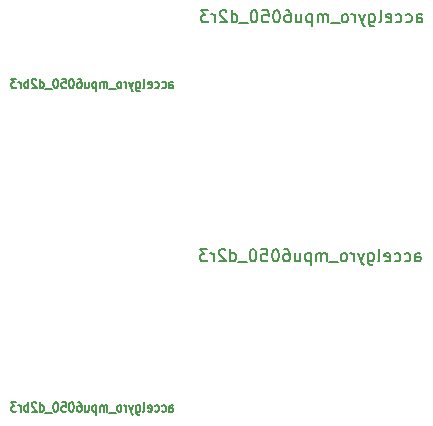
<source format=gbo>
G04 #@! TF.GenerationSoftware,KiCad,Pcbnew,5.1.9-73d0e3b20d~88~ubuntu18.04.1*
G04 #@! TF.CreationDate,2021-04-05T22:09:22-07:00*
G04 #@! TF.ProjectId,accelgyro_mpu6050_d2brv3_4x4,61636365-6c67-4797-926f-5f6d70753630,rev?*
G04 #@! TF.SameCoordinates,Original*
G04 #@! TF.FileFunction,Legend,Bot*
G04 #@! TF.FilePolarity,Positive*
%FSLAX46Y46*%
G04 Gerber Fmt 4.6, Leading zero omitted, Abs format (unit mm)*
G04 Created by KiCad (PCBNEW 5.1.9-73d0e3b20d~88~ubuntu18.04.1) date 2021-04-05 22:09:22*
%MOMM*%
%LPD*%
G01*
G04 APERTURE LIST*
%ADD10C,0.150000*%
G04 APERTURE END LIST*
D10*
X150358333Y-113536904D02*
X150358333Y-113117857D01*
X150391666Y-113041666D01*
X150458333Y-113003571D01*
X150591666Y-113003571D01*
X150658333Y-113041666D01*
X150358333Y-113498809D02*
X150425000Y-113536904D01*
X150591666Y-113536904D01*
X150658333Y-113498809D01*
X150691666Y-113422619D01*
X150691666Y-113346428D01*
X150658333Y-113270238D01*
X150591666Y-113232142D01*
X150425000Y-113232142D01*
X150358333Y-113194047D01*
X149725000Y-113498809D02*
X149791666Y-113536904D01*
X149925000Y-113536904D01*
X149991666Y-113498809D01*
X150025000Y-113460714D01*
X150058333Y-113384523D01*
X150058333Y-113155952D01*
X150025000Y-113079761D01*
X149991666Y-113041666D01*
X149925000Y-113003571D01*
X149791666Y-113003571D01*
X149725000Y-113041666D01*
X149125000Y-113498809D02*
X149191666Y-113536904D01*
X149325000Y-113536904D01*
X149391666Y-113498809D01*
X149425000Y-113460714D01*
X149458333Y-113384523D01*
X149458333Y-113155952D01*
X149425000Y-113079761D01*
X149391666Y-113041666D01*
X149325000Y-113003571D01*
X149191666Y-113003571D01*
X149125000Y-113041666D01*
X148558333Y-113498809D02*
X148625000Y-113536904D01*
X148758333Y-113536904D01*
X148825000Y-113498809D01*
X148858333Y-113422619D01*
X148858333Y-113117857D01*
X148825000Y-113041666D01*
X148758333Y-113003571D01*
X148625000Y-113003571D01*
X148558333Y-113041666D01*
X148525000Y-113117857D01*
X148525000Y-113194047D01*
X148858333Y-113270238D01*
X148125000Y-113536904D02*
X148191666Y-113498809D01*
X148225000Y-113422619D01*
X148225000Y-112736904D01*
X147558333Y-113003571D02*
X147558333Y-113651190D01*
X147591666Y-113727380D01*
X147625000Y-113765476D01*
X147691666Y-113803571D01*
X147791666Y-113803571D01*
X147858333Y-113765476D01*
X147558333Y-113498809D02*
X147625000Y-113536904D01*
X147758333Y-113536904D01*
X147825000Y-113498809D01*
X147858333Y-113460714D01*
X147891666Y-113384523D01*
X147891666Y-113155952D01*
X147858333Y-113079761D01*
X147825000Y-113041666D01*
X147758333Y-113003571D01*
X147625000Y-113003571D01*
X147558333Y-113041666D01*
X147291666Y-113003571D02*
X147125000Y-113536904D01*
X146958333Y-113003571D02*
X147125000Y-113536904D01*
X147191666Y-113727380D01*
X147225000Y-113765476D01*
X147291666Y-113803571D01*
X146691666Y-113536904D02*
X146691666Y-113003571D01*
X146691666Y-113155952D02*
X146658333Y-113079761D01*
X146625000Y-113041666D01*
X146558333Y-113003571D01*
X146491666Y-113003571D01*
X146158333Y-113536904D02*
X146225000Y-113498809D01*
X146258333Y-113460714D01*
X146291666Y-113384523D01*
X146291666Y-113155952D01*
X146258333Y-113079761D01*
X146225000Y-113041666D01*
X146158333Y-113003571D01*
X146058333Y-113003571D01*
X145991666Y-113041666D01*
X145958333Y-113079761D01*
X145925000Y-113155952D01*
X145925000Y-113384523D01*
X145958333Y-113460714D01*
X145991666Y-113498809D01*
X146058333Y-113536904D01*
X146158333Y-113536904D01*
X145791666Y-113613095D02*
X145258333Y-113613095D01*
X145091666Y-113536904D02*
X145091666Y-113003571D01*
X145091666Y-113079761D02*
X145058333Y-113041666D01*
X144991666Y-113003571D01*
X144891666Y-113003571D01*
X144825000Y-113041666D01*
X144791666Y-113117857D01*
X144791666Y-113536904D01*
X144791666Y-113117857D02*
X144758333Y-113041666D01*
X144691666Y-113003571D01*
X144591666Y-113003571D01*
X144525000Y-113041666D01*
X144491666Y-113117857D01*
X144491666Y-113536904D01*
X144158333Y-113003571D02*
X144158333Y-113803571D01*
X144158333Y-113041666D02*
X144091666Y-113003571D01*
X143958333Y-113003571D01*
X143891666Y-113041666D01*
X143858333Y-113079761D01*
X143825000Y-113155952D01*
X143825000Y-113384523D01*
X143858333Y-113460714D01*
X143891666Y-113498809D01*
X143958333Y-113536904D01*
X144091666Y-113536904D01*
X144158333Y-113498809D01*
X143225000Y-113003571D02*
X143225000Y-113536904D01*
X143525000Y-113003571D02*
X143525000Y-113422619D01*
X143491666Y-113498809D01*
X143425000Y-113536904D01*
X143325000Y-113536904D01*
X143258333Y-113498809D01*
X143225000Y-113460714D01*
X142591666Y-112736904D02*
X142725000Y-112736904D01*
X142791666Y-112775000D01*
X142825000Y-112813095D01*
X142891666Y-112927380D01*
X142925000Y-113079761D01*
X142925000Y-113384523D01*
X142891666Y-113460714D01*
X142858333Y-113498809D01*
X142791666Y-113536904D01*
X142658333Y-113536904D01*
X142591666Y-113498809D01*
X142558333Y-113460714D01*
X142525000Y-113384523D01*
X142525000Y-113194047D01*
X142558333Y-113117857D01*
X142591666Y-113079761D01*
X142658333Y-113041666D01*
X142791666Y-113041666D01*
X142858333Y-113079761D01*
X142891666Y-113117857D01*
X142925000Y-113194047D01*
X142091666Y-112736904D02*
X142025000Y-112736904D01*
X141958333Y-112775000D01*
X141925000Y-112813095D01*
X141891666Y-112889285D01*
X141858333Y-113041666D01*
X141858333Y-113232142D01*
X141891666Y-113384523D01*
X141925000Y-113460714D01*
X141958333Y-113498809D01*
X142025000Y-113536904D01*
X142091666Y-113536904D01*
X142158333Y-113498809D01*
X142191666Y-113460714D01*
X142225000Y-113384523D01*
X142258333Y-113232142D01*
X142258333Y-113041666D01*
X142225000Y-112889285D01*
X142191666Y-112813095D01*
X142158333Y-112775000D01*
X142091666Y-112736904D01*
X141225000Y-112736904D02*
X141558333Y-112736904D01*
X141591666Y-113117857D01*
X141558333Y-113079761D01*
X141491666Y-113041666D01*
X141325000Y-113041666D01*
X141258333Y-113079761D01*
X141225000Y-113117857D01*
X141191666Y-113194047D01*
X141191666Y-113384523D01*
X141225000Y-113460714D01*
X141258333Y-113498809D01*
X141325000Y-113536904D01*
X141491666Y-113536904D01*
X141558333Y-113498809D01*
X141591666Y-113460714D01*
X140758333Y-112736904D02*
X140691666Y-112736904D01*
X140625000Y-112775000D01*
X140591666Y-112813095D01*
X140558333Y-112889285D01*
X140525000Y-113041666D01*
X140525000Y-113232142D01*
X140558333Y-113384523D01*
X140591666Y-113460714D01*
X140625000Y-113498809D01*
X140691666Y-113536904D01*
X140758333Y-113536904D01*
X140825000Y-113498809D01*
X140858333Y-113460714D01*
X140891666Y-113384523D01*
X140925000Y-113232142D01*
X140925000Y-113041666D01*
X140891666Y-112889285D01*
X140858333Y-112813095D01*
X140825000Y-112775000D01*
X140758333Y-112736904D01*
X140391666Y-113613095D02*
X139858333Y-113613095D01*
X139391666Y-113536904D02*
X139391666Y-112736904D01*
X139391666Y-113498809D02*
X139458333Y-113536904D01*
X139591666Y-113536904D01*
X139658333Y-113498809D01*
X139691666Y-113460714D01*
X139725000Y-113384523D01*
X139725000Y-113155952D01*
X139691666Y-113079761D01*
X139658333Y-113041666D01*
X139591666Y-113003571D01*
X139458333Y-113003571D01*
X139391666Y-113041666D01*
X139091666Y-112813095D02*
X139058333Y-112775000D01*
X138991666Y-112736904D01*
X138825000Y-112736904D01*
X138758333Y-112775000D01*
X138725000Y-112813095D01*
X138691666Y-112889285D01*
X138691666Y-112965476D01*
X138725000Y-113079761D01*
X139125000Y-113536904D01*
X138691666Y-113536904D01*
X138391666Y-113536904D02*
X138391666Y-112736904D01*
X138391666Y-113041666D02*
X138325000Y-113003571D01*
X138191666Y-113003571D01*
X138125000Y-113041666D01*
X138091666Y-113079761D01*
X138058333Y-113155952D01*
X138058333Y-113384523D01*
X138091666Y-113460714D01*
X138125000Y-113498809D01*
X138191666Y-113536904D01*
X138325000Y-113536904D01*
X138391666Y-113498809D01*
X137758333Y-113536904D02*
X137758333Y-113003571D01*
X137758333Y-113155952D02*
X137725000Y-113079761D01*
X137691666Y-113041666D01*
X137625000Y-113003571D01*
X137558333Y-113003571D01*
X137391666Y-112736904D02*
X136958333Y-112736904D01*
X137191666Y-113041666D01*
X137091666Y-113041666D01*
X137025000Y-113079761D01*
X136991666Y-113117857D01*
X136958333Y-113194047D01*
X136958333Y-113384523D01*
X136991666Y-113460714D01*
X137025000Y-113498809D01*
X137091666Y-113536904D01*
X137291666Y-113536904D01*
X137358333Y-113498809D01*
X137391666Y-113460714D01*
X171280952Y-107952380D02*
X171280952Y-107428571D01*
X171328571Y-107333333D01*
X171423809Y-107285714D01*
X171614285Y-107285714D01*
X171709523Y-107333333D01*
X171280952Y-107904761D02*
X171376190Y-107952380D01*
X171614285Y-107952380D01*
X171709523Y-107904761D01*
X171757142Y-107809523D01*
X171757142Y-107714285D01*
X171709523Y-107619047D01*
X171614285Y-107571428D01*
X171376190Y-107571428D01*
X171280952Y-107523809D01*
X170376190Y-107904761D02*
X170471428Y-107952380D01*
X170661904Y-107952380D01*
X170757142Y-107904761D01*
X170804761Y-107857142D01*
X170852380Y-107761904D01*
X170852380Y-107476190D01*
X170804761Y-107380952D01*
X170757142Y-107333333D01*
X170661904Y-107285714D01*
X170471428Y-107285714D01*
X170376190Y-107333333D01*
X169519047Y-107904761D02*
X169614285Y-107952380D01*
X169804761Y-107952380D01*
X169900000Y-107904761D01*
X169947619Y-107857142D01*
X169995238Y-107761904D01*
X169995238Y-107476190D01*
X169947619Y-107380952D01*
X169900000Y-107333333D01*
X169804761Y-107285714D01*
X169614285Y-107285714D01*
X169519047Y-107333333D01*
X168709523Y-107904761D02*
X168804761Y-107952380D01*
X168995238Y-107952380D01*
X169090476Y-107904761D01*
X169138095Y-107809523D01*
X169138095Y-107428571D01*
X169090476Y-107333333D01*
X168995238Y-107285714D01*
X168804761Y-107285714D01*
X168709523Y-107333333D01*
X168661904Y-107428571D01*
X168661904Y-107523809D01*
X169138095Y-107619047D01*
X168090476Y-107952380D02*
X168185714Y-107904761D01*
X168233333Y-107809523D01*
X168233333Y-106952380D01*
X167280952Y-107285714D02*
X167280952Y-108095238D01*
X167328571Y-108190476D01*
X167376190Y-108238095D01*
X167471428Y-108285714D01*
X167614285Y-108285714D01*
X167709523Y-108238095D01*
X167280952Y-107904761D02*
X167376190Y-107952380D01*
X167566666Y-107952380D01*
X167661904Y-107904761D01*
X167709523Y-107857142D01*
X167757142Y-107761904D01*
X167757142Y-107476190D01*
X167709523Y-107380952D01*
X167661904Y-107333333D01*
X167566666Y-107285714D01*
X167376190Y-107285714D01*
X167280952Y-107333333D01*
X166900000Y-107285714D02*
X166661904Y-107952380D01*
X166423809Y-107285714D02*
X166661904Y-107952380D01*
X166757142Y-108190476D01*
X166804761Y-108238095D01*
X166900000Y-108285714D01*
X166042857Y-107952380D02*
X166042857Y-107285714D01*
X166042857Y-107476190D02*
X165995238Y-107380952D01*
X165947619Y-107333333D01*
X165852380Y-107285714D01*
X165757142Y-107285714D01*
X165280952Y-107952380D02*
X165376190Y-107904761D01*
X165423809Y-107857142D01*
X165471428Y-107761904D01*
X165471428Y-107476190D01*
X165423809Y-107380952D01*
X165376190Y-107333333D01*
X165280952Y-107285714D01*
X165138095Y-107285714D01*
X165042857Y-107333333D01*
X164995238Y-107380952D01*
X164947619Y-107476190D01*
X164947619Y-107761904D01*
X164995238Y-107857142D01*
X165042857Y-107904761D01*
X165138095Y-107952380D01*
X165280952Y-107952380D01*
X164757142Y-108047619D02*
X163995238Y-108047619D01*
X163757142Y-107952380D02*
X163757142Y-107285714D01*
X163757142Y-107380952D02*
X163709523Y-107333333D01*
X163614285Y-107285714D01*
X163471428Y-107285714D01*
X163376190Y-107333333D01*
X163328571Y-107428571D01*
X163328571Y-107952380D01*
X163328571Y-107428571D02*
X163280952Y-107333333D01*
X163185714Y-107285714D01*
X163042857Y-107285714D01*
X162947619Y-107333333D01*
X162900000Y-107428571D01*
X162900000Y-107952380D01*
X162423809Y-107285714D02*
X162423809Y-108285714D01*
X162423809Y-107333333D02*
X162328571Y-107285714D01*
X162138095Y-107285714D01*
X162042857Y-107333333D01*
X161995238Y-107380952D01*
X161947619Y-107476190D01*
X161947619Y-107761904D01*
X161995238Y-107857142D01*
X162042857Y-107904761D01*
X162138095Y-107952380D01*
X162328571Y-107952380D01*
X162423809Y-107904761D01*
X161090476Y-107285714D02*
X161090476Y-107952380D01*
X161519047Y-107285714D02*
X161519047Y-107809523D01*
X161471428Y-107904761D01*
X161376190Y-107952380D01*
X161233333Y-107952380D01*
X161138095Y-107904761D01*
X161090476Y-107857142D01*
X160185714Y-106952380D02*
X160376190Y-106952380D01*
X160471428Y-107000000D01*
X160519047Y-107047619D01*
X160614285Y-107190476D01*
X160661904Y-107380952D01*
X160661904Y-107761904D01*
X160614285Y-107857142D01*
X160566666Y-107904761D01*
X160471428Y-107952380D01*
X160280952Y-107952380D01*
X160185714Y-107904761D01*
X160138095Y-107857142D01*
X160090476Y-107761904D01*
X160090476Y-107523809D01*
X160138095Y-107428571D01*
X160185714Y-107380952D01*
X160280952Y-107333333D01*
X160471428Y-107333333D01*
X160566666Y-107380952D01*
X160614285Y-107428571D01*
X160661904Y-107523809D01*
X159471428Y-106952380D02*
X159376190Y-106952380D01*
X159280952Y-107000000D01*
X159233333Y-107047619D01*
X159185714Y-107142857D01*
X159138095Y-107333333D01*
X159138095Y-107571428D01*
X159185714Y-107761904D01*
X159233333Y-107857142D01*
X159280952Y-107904761D01*
X159376190Y-107952380D01*
X159471428Y-107952380D01*
X159566666Y-107904761D01*
X159614285Y-107857142D01*
X159661904Y-107761904D01*
X159709523Y-107571428D01*
X159709523Y-107333333D01*
X159661904Y-107142857D01*
X159614285Y-107047619D01*
X159566666Y-107000000D01*
X159471428Y-106952380D01*
X158233333Y-106952380D02*
X158709523Y-106952380D01*
X158757142Y-107428571D01*
X158709523Y-107380952D01*
X158614285Y-107333333D01*
X158376190Y-107333333D01*
X158280952Y-107380952D01*
X158233333Y-107428571D01*
X158185714Y-107523809D01*
X158185714Y-107761904D01*
X158233333Y-107857142D01*
X158280952Y-107904761D01*
X158376190Y-107952380D01*
X158614285Y-107952380D01*
X158709523Y-107904761D01*
X158757142Y-107857142D01*
X157566666Y-106952380D02*
X157471428Y-106952380D01*
X157376190Y-107000000D01*
X157328571Y-107047619D01*
X157280952Y-107142857D01*
X157233333Y-107333333D01*
X157233333Y-107571428D01*
X157280952Y-107761904D01*
X157328571Y-107857142D01*
X157376190Y-107904761D01*
X157471428Y-107952380D01*
X157566666Y-107952380D01*
X157661904Y-107904761D01*
X157709523Y-107857142D01*
X157757142Y-107761904D01*
X157804761Y-107571428D01*
X157804761Y-107333333D01*
X157757142Y-107142857D01*
X157709523Y-107047619D01*
X157661904Y-107000000D01*
X157566666Y-106952380D01*
X157042857Y-108047619D02*
X156280952Y-108047619D01*
X155614285Y-107952380D02*
X155614285Y-106952380D01*
X155614285Y-107904761D02*
X155709523Y-107952380D01*
X155900000Y-107952380D01*
X155995238Y-107904761D01*
X156042857Y-107857142D01*
X156090476Y-107761904D01*
X156090476Y-107476190D01*
X156042857Y-107380952D01*
X155995238Y-107333333D01*
X155900000Y-107285714D01*
X155709523Y-107285714D01*
X155614285Y-107333333D01*
X155185714Y-107047619D02*
X155138095Y-107000000D01*
X155042857Y-106952380D01*
X154804761Y-106952380D01*
X154709523Y-107000000D01*
X154661904Y-107047619D01*
X154614285Y-107142857D01*
X154614285Y-107238095D01*
X154661904Y-107380952D01*
X155233333Y-107952380D01*
X154614285Y-107952380D01*
X154185714Y-107952380D02*
X154185714Y-107285714D01*
X154185714Y-107476190D02*
X154138095Y-107380952D01*
X154090476Y-107333333D01*
X153995238Y-107285714D01*
X153900000Y-107285714D01*
X153661904Y-106952380D02*
X153042857Y-106952380D01*
X153376190Y-107333333D01*
X153233333Y-107333333D01*
X153138095Y-107380952D01*
X153090476Y-107428571D01*
X153042857Y-107523809D01*
X153042857Y-107761904D01*
X153090476Y-107857142D01*
X153138095Y-107904761D01*
X153233333Y-107952380D01*
X153519047Y-107952380D01*
X153614285Y-107904761D01*
X153661904Y-107857142D01*
X171180952Y-128177380D02*
X171180952Y-127653571D01*
X171228571Y-127558333D01*
X171323809Y-127510714D01*
X171514285Y-127510714D01*
X171609523Y-127558333D01*
X171180952Y-128129761D02*
X171276190Y-128177380D01*
X171514285Y-128177380D01*
X171609523Y-128129761D01*
X171657142Y-128034523D01*
X171657142Y-127939285D01*
X171609523Y-127844047D01*
X171514285Y-127796428D01*
X171276190Y-127796428D01*
X171180952Y-127748809D01*
X170276190Y-128129761D02*
X170371428Y-128177380D01*
X170561904Y-128177380D01*
X170657142Y-128129761D01*
X170704761Y-128082142D01*
X170752380Y-127986904D01*
X170752380Y-127701190D01*
X170704761Y-127605952D01*
X170657142Y-127558333D01*
X170561904Y-127510714D01*
X170371428Y-127510714D01*
X170276190Y-127558333D01*
X169419047Y-128129761D02*
X169514285Y-128177380D01*
X169704761Y-128177380D01*
X169800000Y-128129761D01*
X169847619Y-128082142D01*
X169895238Y-127986904D01*
X169895238Y-127701190D01*
X169847619Y-127605952D01*
X169800000Y-127558333D01*
X169704761Y-127510714D01*
X169514285Y-127510714D01*
X169419047Y-127558333D01*
X168609523Y-128129761D02*
X168704761Y-128177380D01*
X168895238Y-128177380D01*
X168990476Y-128129761D01*
X169038095Y-128034523D01*
X169038095Y-127653571D01*
X168990476Y-127558333D01*
X168895238Y-127510714D01*
X168704761Y-127510714D01*
X168609523Y-127558333D01*
X168561904Y-127653571D01*
X168561904Y-127748809D01*
X169038095Y-127844047D01*
X167990476Y-128177380D02*
X168085714Y-128129761D01*
X168133333Y-128034523D01*
X168133333Y-127177380D01*
X167180952Y-127510714D02*
X167180952Y-128320238D01*
X167228571Y-128415476D01*
X167276190Y-128463095D01*
X167371428Y-128510714D01*
X167514285Y-128510714D01*
X167609523Y-128463095D01*
X167180952Y-128129761D02*
X167276190Y-128177380D01*
X167466666Y-128177380D01*
X167561904Y-128129761D01*
X167609523Y-128082142D01*
X167657142Y-127986904D01*
X167657142Y-127701190D01*
X167609523Y-127605952D01*
X167561904Y-127558333D01*
X167466666Y-127510714D01*
X167276190Y-127510714D01*
X167180952Y-127558333D01*
X166800000Y-127510714D02*
X166561904Y-128177380D01*
X166323809Y-127510714D02*
X166561904Y-128177380D01*
X166657142Y-128415476D01*
X166704761Y-128463095D01*
X166800000Y-128510714D01*
X165942857Y-128177380D02*
X165942857Y-127510714D01*
X165942857Y-127701190D02*
X165895238Y-127605952D01*
X165847619Y-127558333D01*
X165752380Y-127510714D01*
X165657142Y-127510714D01*
X165180952Y-128177380D02*
X165276190Y-128129761D01*
X165323809Y-128082142D01*
X165371428Y-127986904D01*
X165371428Y-127701190D01*
X165323809Y-127605952D01*
X165276190Y-127558333D01*
X165180952Y-127510714D01*
X165038095Y-127510714D01*
X164942857Y-127558333D01*
X164895238Y-127605952D01*
X164847619Y-127701190D01*
X164847619Y-127986904D01*
X164895238Y-128082142D01*
X164942857Y-128129761D01*
X165038095Y-128177380D01*
X165180952Y-128177380D01*
X164657142Y-128272619D02*
X163895238Y-128272619D01*
X163657142Y-128177380D02*
X163657142Y-127510714D01*
X163657142Y-127605952D02*
X163609523Y-127558333D01*
X163514285Y-127510714D01*
X163371428Y-127510714D01*
X163276190Y-127558333D01*
X163228571Y-127653571D01*
X163228571Y-128177380D01*
X163228571Y-127653571D02*
X163180952Y-127558333D01*
X163085714Y-127510714D01*
X162942857Y-127510714D01*
X162847619Y-127558333D01*
X162800000Y-127653571D01*
X162800000Y-128177380D01*
X162323809Y-127510714D02*
X162323809Y-128510714D01*
X162323809Y-127558333D02*
X162228571Y-127510714D01*
X162038095Y-127510714D01*
X161942857Y-127558333D01*
X161895238Y-127605952D01*
X161847619Y-127701190D01*
X161847619Y-127986904D01*
X161895238Y-128082142D01*
X161942857Y-128129761D01*
X162038095Y-128177380D01*
X162228571Y-128177380D01*
X162323809Y-128129761D01*
X160990476Y-127510714D02*
X160990476Y-128177380D01*
X161419047Y-127510714D02*
X161419047Y-128034523D01*
X161371428Y-128129761D01*
X161276190Y-128177380D01*
X161133333Y-128177380D01*
X161038095Y-128129761D01*
X160990476Y-128082142D01*
X160085714Y-127177380D02*
X160276190Y-127177380D01*
X160371428Y-127225000D01*
X160419047Y-127272619D01*
X160514285Y-127415476D01*
X160561904Y-127605952D01*
X160561904Y-127986904D01*
X160514285Y-128082142D01*
X160466666Y-128129761D01*
X160371428Y-128177380D01*
X160180952Y-128177380D01*
X160085714Y-128129761D01*
X160038095Y-128082142D01*
X159990476Y-127986904D01*
X159990476Y-127748809D01*
X160038095Y-127653571D01*
X160085714Y-127605952D01*
X160180952Y-127558333D01*
X160371428Y-127558333D01*
X160466666Y-127605952D01*
X160514285Y-127653571D01*
X160561904Y-127748809D01*
X159371428Y-127177380D02*
X159276190Y-127177380D01*
X159180952Y-127225000D01*
X159133333Y-127272619D01*
X159085714Y-127367857D01*
X159038095Y-127558333D01*
X159038095Y-127796428D01*
X159085714Y-127986904D01*
X159133333Y-128082142D01*
X159180952Y-128129761D01*
X159276190Y-128177380D01*
X159371428Y-128177380D01*
X159466666Y-128129761D01*
X159514285Y-128082142D01*
X159561904Y-127986904D01*
X159609523Y-127796428D01*
X159609523Y-127558333D01*
X159561904Y-127367857D01*
X159514285Y-127272619D01*
X159466666Y-127225000D01*
X159371428Y-127177380D01*
X158133333Y-127177380D02*
X158609523Y-127177380D01*
X158657142Y-127653571D01*
X158609523Y-127605952D01*
X158514285Y-127558333D01*
X158276190Y-127558333D01*
X158180952Y-127605952D01*
X158133333Y-127653571D01*
X158085714Y-127748809D01*
X158085714Y-127986904D01*
X158133333Y-128082142D01*
X158180952Y-128129761D01*
X158276190Y-128177380D01*
X158514285Y-128177380D01*
X158609523Y-128129761D01*
X158657142Y-128082142D01*
X157466666Y-127177380D02*
X157371428Y-127177380D01*
X157276190Y-127225000D01*
X157228571Y-127272619D01*
X157180952Y-127367857D01*
X157133333Y-127558333D01*
X157133333Y-127796428D01*
X157180952Y-127986904D01*
X157228571Y-128082142D01*
X157276190Y-128129761D01*
X157371428Y-128177380D01*
X157466666Y-128177380D01*
X157561904Y-128129761D01*
X157609523Y-128082142D01*
X157657142Y-127986904D01*
X157704761Y-127796428D01*
X157704761Y-127558333D01*
X157657142Y-127367857D01*
X157609523Y-127272619D01*
X157561904Y-127225000D01*
X157466666Y-127177380D01*
X156942857Y-128272619D02*
X156180952Y-128272619D01*
X155514285Y-128177380D02*
X155514285Y-127177380D01*
X155514285Y-128129761D02*
X155609523Y-128177380D01*
X155800000Y-128177380D01*
X155895238Y-128129761D01*
X155942857Y-128082142D01*
X155990476Y-127986904D01*
X155990476Y-127701190D01*
X155942857Y-127605952D01*
X155895238Y-127558333D01*
X155800000Y-127510714D01*
X155609523Y-127510714D01*
X155514285Y-127558333D01*
X155085714Y-127272619D02*
X155038095Y-127225000D01*
X154942857Y-127177380D01*
X154704761Y-127177380D01*
X154609523Y-127225000D01*
X154561904Y-127272619D01*
X154514285Y-127367857D01*
X154514285Y-127463095D01*
X154561904Y-127605952D01*
X155133333Y-128177380D01*
X154514285Y-128177380D01*
X154085714Y-128177380D02*
X154085714Y-127510714D01*
X154085714Y-127701190D02*
X154038095Y-127605952D01*
X153990476Y-127558333D01*
X153895238Y-127510714D01*
X153800000Y-127510714D01*
X153561904Y-127177380D02*
X152942857Y-127177380D01*
X153276190Y-127558333D01*
X153133333Y-127558333D01*
X153038095Y-127605952D01*
X152990476Y-127653571D01*
X152942857Y-127748809D01*
X152942857Y-127986904D01*
X152990476Y-128082142D01*
X153038095Y-128129761D01*
X153133333Y-128177380D01*
X153419047Y-128177380D01*
X153514285Y-128129761D01*
X153561904Y-128082142D01*
X150358333Y-140936904D02*
X150358333Y-140517857D01*
X150391666Y-140441666D01*
X150458333Y-140403571D01*
X150591666Y-140403571D01*
X150658333Y-140441666D01*
X150358333Y-140898809D02*
X150425000Y-140936904D01*
X150591666Y-140936904D01*
X150658333Y-140898809D01*
X150691666Y-140822619D01*
X150691666Y-140746428D01*
X150658333Y-140670238D01*
X150591666Y-140632142D01*
X150425000Y-140632142D01*
X150358333Y-140594047D01*
X149725000Y-140898809D02*
X149791666Y-140936904D01*
X149925000Y-140936904D01*
X149991666Y-140898809D01*
X150025000Y-140860714D01*
X150058333Y-140784523D01*
X150058333Y-140555952D01*
X150025000Y-140479761D01*
X149991666Y-140441666D01*
X149925000Y-140403571D01*
X149791666Y-140403571D01*
X149725000Y-140441666D01*
X149125000Y-140898809D02*
X149191666Y-140936904D01*
X149325000Y-140936904D01*
X149391666Y-140898809D01*
X149425000Y-140860714D01*
X149458333Y-140784523D01*
X149458333Y-140555952D01*
X149425000Y-140479761D01*
X149391666Y-140441666D01*
X149325000Y-140403571D01*
X149191666Y-140403571D01*
X149125000Y-140441666D01*
X148558333Y-140898809D02*
X148625000Y-140936904D01*
X148758333Y-140936904D01*
X148825000Y-140898809D01*
X148858333Y-140822619D01*
X148858333Y-140517857D01*
X148825000Y-140441666D01*
X148758333Y-140403571D01*
X148625000Y-140403571D01*
X148558333Y-140441666D01*
X148525000Y-140517857D01*
X148525000Y-140594047D01*
X148858333Y-140670238D01*
X148125000Y-140936904D02*
X148191666Y-140898809D01*
X148225000Y-140822619D01*
X148225000Y-140136904D01*
X147558333Y-140403571D02*
X147558333Y-141051190D01*
X147591666Y-141127380D01*
X147625000Y-141165476D01*
X147691666Y-141203571D01*
X147791666Y-141203571D01*
X147858333Y-141165476D01*
X147558333Y-140898809D02*
X147625000Y-140936904D01*
X147758333Y-140936904D01*
X147825000Y-140898809D01*
X147858333Y-140860714D01*
X147891666Y-140784523D01*
X147891666Y-140555952D01*
X147858333Y-140479761D01*
X147825000Y-140441666D01*
X147758333Y-140403571D01*
X147625000Y-140403571D01*
X147558333Y-140441666D01*
X147291666Y-140403571D02*
X147125000Y-140936904D01*
X146958333Y-140403571D02*
X147125000Y-140936904D01*
X147191666Y-141127380D01*
X147225000Y-141165476D01*
X147291666Y-141203571D01*
X146691666Y-140936904D02*
X146691666Y-140403571D01*
X146691666Y-140555952D02*
X146658333Y-140479761D01*
X146625000Y-140441666D01*
X146558333Y-140403571D01*
X146491666Y-140403571D01*
X146158333Y-140936904D02*
X146225000Y-140898809D01*
X146258333Y-140860714D01*
X146291666Y-140784523D01*
X146291666Y-140555952D01*
X146258333Y-140479761D01*
X146225000Y-140441666D01*
X146158333Y-140403571D01*
X146058333Y-140403571D01*
X145991666Y-140441666D01*
X145958333Y-140479761D01*
X145925000Y-140555952D01*
X145925000Y-140784523D01*
X145958333Y-140860714D01*
X145991666Y-140898809D01*
X146058333Y-140936904D01*
X146158333Y-140936904D01*
X145791666Y-141013095D02*
X145258333Y-141013095D01*
X145091666Y-140936904D02*
X145091666Y-140403571D01*
X145091666Y-140479761D02*
X145058333Y-140441666D01*
X144991666Y-140403571D01*
X144891666Y-140403571D01*
X144825000Y-140441666D01*
X144791666Y-140517857D01*
X144791666Y-140936904D01*
X144791666Y-140517857D02*
X144758333Y-140441666D01*
X144691666Y-140403571D01*
X144591666Y-140403571D01*
X144525000Y-140441666D01*
X144491666Y-140517857D01*
X144491666Y-140936904D01*
X144158333Y-140403571D02*
X144158333Y-141203571D01*
X144158333Y-140441666D02*
X144091666Y-140403571D01*
X143958333Y-140403571D01*
X143891666Y-140441666D01*
X143858333Y-140479761D01*
X143825000Y-140555952D01*
X143825000Y-140784523D01*
X143858333Y-140860714D01*
X143891666Y-140898809D01*
X143958333Y-140936904D01*
X144091666Y-140936904D01*
X144158333Y-140898809D01*
X143225000Y-140403571D02*
X143225000Y-140936904D01*
X143525000Y-140403571D02*
X143525000Y-140822619D01*
X143491666Y-140898809D01*
X143425000Y-140936904D01*
X143325000Y-140936904D01*
X143258333Y-140898809D01*
X143225000Y-140860714D01*
X142591666Y-140136904D02*
X142725000Y-140136904D01*
X142791666Y-140175000D01*
X142825000Y-140213095D01*
X142891666Y-140327380D01*
X142925000Y-140479761D01*
X142925000Y-140784523D01*
X142891666Y-140860714D01*
X142858333Y-140898809D01*
X142791666Y-140936904D01*
X142658333Y-140936904D01*
X142591666Y-140898809D01*
X142558333Y-140860714D01*
X142525000Y-140784523D01*
X142525000Y-140594047D01*
X142558333Y-140517857D01*
X142591666Y-140479761D01*
X142658333Y-140441666D01*
X142791666Y-140441666D01*
X142858333Y-140479761D01*
X142891666Y-140517857D01*
X142925000Y-140594047D01*
X142091666Y-140136904D02*
X142025000Y-140136904D01*
X141958333Y-140175000D01*
X141925000Y-140213095D01*
X141891666Y-140289285D01*
X141858333Y-140441666D01*
X141858333Y-140632142D01*
X141891666Y-140784523D01*
X141925000Y-140860714D01*
X141958333Y-140898809D01*
X142025000Y-140936904D01*
X142091666Y-140936904D01*
X142158333Y-140898809D01*
X142191666Y-140860714D01*
X142225000Y-140784523D01*
X142258333Y-140632142D01*
X142258333Y-140441666D01*
X142225000Y-140289285D01*
X142191666Y-140213095D01*
X142158333Y-140175000D01*
X142091666Y-140136904D01*
X141225000Y-140136904D02*
X141558333Y-140136904D01*
X141591666Y-140517857D01*
X141558333Y-140479761D01*
X141491666Y-140441666D01*
X141325000Y-140441666D01*
X141258333Y-140479761D01*
X141225000Y-140517857D01*
X141191666Y-140594047D01*
X141191666Y-140784523D01*
X141225000Y-140860714D01*
X141258333Y-140898809D01*
X141325000Y-140936904D01*
X141491666Y-140936904D01*
X141558333Y-140898809D01*
X141591666Y-140860714D01*
X140758333Y-140136904D02*
X140691666Y-140136904D01*
X140625000Y-140175000D01*
X140591666Y-140213095D01*
X140558333Y-140289285D01*
X140525000Y-140441666D01*
X140525000Y-140632142D01*
X140558333Y-140784523D01*
X140591666Y-140860714D01*
X140625000Y-140898809D01*
X140691666Y-140936904D01*
X140758333Y-140936904D01*
X140825000Y-140898809D01*
X140858333Y-140860714D01*
X140891666Y-140784523D01*
X140925000Y-140632142D01*
X140925000Y-140441666D01*
X140891666Y-140289285D01*
X140858333Y-140213095D01*
X140825000Y-140175000D01*
X140758333Y-140136904D01*
X140391666Y-141013095D02*
X139858333Y-141013095D01*
X139391666Y-140936904D02*
X139391666Y-140136904D01*
X139391666Y-140898809D02*
X139458333Y-140936904D01*
X139591666Y-140936904D01*
X139658333Y-140898809D01*
X139691666Y-140860714D01*
X139725000Y-140784523D01*
X139725000Y-140555952D01*
X139691666Y-140479761D01*
X139658333Y-140441666D01*
X139591666Y-140403571D01*
X139458333Y-140403571D01*
X139391666Y-140441666D01*
X139091666Y-140213095D02*
X139058333Y-140175000D01*
X138991666Y-140136904D01*
X138825000Y-140136904D01*
X138758333Y-140175000D01*
X138725000Y-140213095D01*
X138691666Y-140289285D01*
X138691666Y-140365476D01*
X138725000Y-140479761D01*
X139125000Y-140936904D01*
X138691666Y-140936904D01*
X138391666Y-140936904D02*
X138391666Y-140136904D01*
X138391666Y-140441666D02*
X138325000Y-140403571D01*
X138191666Y-140403571D01*
X138125000Y-140441666D01*
X138091666Y-140479761D01*
X138058333Y-140555952D01*
X138058333Y-140784523D01*
X138091666Y-140860714D01*
X138125000Y-140898809D01*
X138191666Y-140936904D01*
X138325000Y-140936904D01*
X138391666Y-140898809D01*
X137758333Y-140936904D02*
X137758333Y-140403571D01*
X137758333Y-140555952D02*
X137725000Y-140479761D01*
X137691666Y-140441666D01*
X137625000Y-140403571D01*
X137558333Y-140403571D01*
X137391666Y-140136904D02*
X136958333Y-140136904D01*
X137191666Y-140441666D01*
X137091666Y-140441666D01*
X137025000Y-140479761D01*
X136991666Y-140517857D01*
X136958333Y-140594047D01*
X136958333Y-140784523D01*
X136991666Y-140860714D01*
X137025000Y-140898809D01*
X137091666Y-140936904D01*
X137291666Y-140936904D01*
X137358333Y-140898809D01*
X137391666Y-140860714D01*
M02*

</source>
